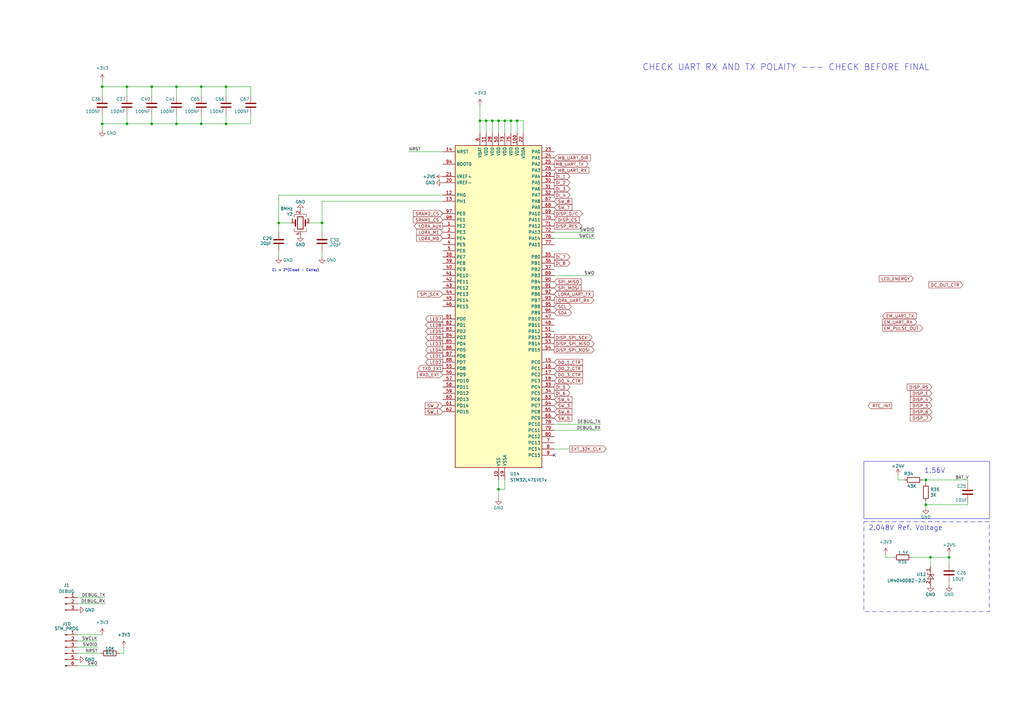
<source format=kicad_sch>
(kicad_sch (version 20231120) (generator "eeschema") (generator_version "8.0")
  (paper "A3")
  (lib_symbols
    (symbol "Connector:Conn_01x03_Pin" (pin_names (offset 1.016) hide)
      (property "Reference" "J" (at 0 5.08 0))
      (property "Value" "Conn_01x03_Pin" (at 0 -5.08 0))
      (symbol "Conn_01x03_Pin_1_1"
        (polyline (pts (xy 1.27 -2.54) (xy 0.8636 -2.54)) (stroke (width 0.1524)))
        (polyline (pts (xy 1.27 0) (xy 0.8636 0)) (stroke (width 0.1524)))
        (polyline (pts (xy 1.27 2.54) (xy 0.8636 2.54)) (stroke (width 0.1524)))
        (rectangle (start 0.8636 -2.413) (end 0 -2.667) (stroke (width 0.1524)) (fill (type outline)))
        (rectangle (start 0.8636 0.127) (end 0 -0.127) (stroke (width 0.1524)) (fill (type outline)))
        (rectangle (start 0.8636 2.667) (end 0 2.413) (stroke (width 0.1524)) (fill (type outline)))
        (pin passive line (at 5.08 2.54 180) (length 3.81) (name "Pin_1") (number "1"))
        (pin passive line (at 5.08 0 180) (length 3.81) (name "Pin_2") (number "2"))
        (pin passive line (at 5.08 -2.54 180) (length 3.81) (name "Pin_3") (number "3"))
      )
    )
    (symbol "Connector:Conn_01x06_Pin" (pin_names (offset 1.016) hide)
      (property "Reference" "J" (at 0 7.62 0))
      (property "Value" "Conn_01x06_Pin" (at 0 -10.16 0))
      (symbol "Conn_01x06_Pin_1_1"
        (polyline (pts (xy 1.27 -7.62) (xy 0.8636 -7.62)) (stroke (width 0.1524)))
        (polyline (pts (xy 1.27 -5.08) (xy 0.8636 -5.08)) (stroke (width 0.1524)))
        (polyline (pts (xy 1.27 -2.54) (xy 0.8636 -2.54)) (stroke (width 0.1524)))
        (polyline (pts (xy 1.27 0) (xy 0.8636 0)) (stroke (width 0.1524)))
        (polyline (pts (xy 1.27 2.54) (xy 0.8636 2.54)) (stroke (width 0.1524)))
        (polyline (pts (xy 1.27 5.08) (xy 0.8636 5.08)) (stroke (width 0.1524)))
        (rectangle (start 0.8636 -7.493) (end 0 -7.747) (stroke (width 0.1524)) (fill (type outline)))
        (rectangle (start 0.8636 -4.953) (end 0 -5.207) (stroke (width 0.1524)) (fill (type outline)))
        (rectangle (start 0.8636 -2.413) (end 0 -2.667) (stroke (width 0.1524)) (fill (type outline)))
        (rectangle (start 0.8636 0.127) (end 0 -0.127) (stroke (width 0.1524)) (fill (type outline)))
        (rectangle (start 0.8636 2.667) (end 0 2.413) (stroke (width 0.1524)) (fill (type outline)))
        (rectangle (start 0.8636 5.207) (end 0 4.953) (stroke (width 0.1524)) (fill (type outline)))
        (pin passive line (at 5.08 5.08 180) (length 3.81) (name "Pin_1") (number "1"))
        (pin passive line (at 5.08 2.54 180) (length 3.81) (name "Pin_2") (number "2"))
        (pin passive line (at 5.08 0 180) (length 3.81) (name "Pin_3") (number "3"))
        (pin passive line (at 5.08 -2.54 180) (length 3.81) (name "Pin_4") (number "4"))
        (pin passive line (at 5.08 -5.08 180) (length 3.81) (name "Pin_5") (number "5"))
        (pin passive line (at 5.08 -7.62 180) (length 3.81) (name "Pin_6") (number "6"))
      )
    )
    (symbol "Device:C" (pin_numbers hide) (pin_names (offset 0.254))
      (property "Reference" "C" (at 0.635 2.54 0))
      (property "Value" "C" (at 0.635 -2.54 0))
      (symbol "C_0_1"
        (polyline (pts (xy -2.032 -0.762) (xy 2.032 -0.762)) (stroke (width 0.508)))
        (polyline (pts (xy -2.032 0.762) (xy 2.032 0.762)) (stroke (width 0.508)))
      )
      (symbol "C_1_1"
        (pin passive line (at 0 3.81 270) (length 2.794) (name "~") (number "1"))
        (pin passive line (at 0 -3.81 90) (length 2.794) (name "~") (number "2"))
      )
    )
    (symbol "Device:Crystal_GND24" (pin_names (offset 1.016) hide)
      (property "Reference" "Y" (at 3.175 5.08 0))
      (property "Value" "Crystal_GND24" (at 3.175 3.175 0))
      (symbol "Crystal_GND24_0_1"
        (rectangle (start -1.143 2.54) (end 1.143 -2.54) (stroke (width 0.3048)))
        (polyline (pts (xy -2.54 0) (xy -2.032 0)))
        (polyline (pts (xy -2.032 -1.27) (xy -2.032 1.27)) (stroke (width 0.508)))
        (polyline (pts (xy 0 -3.81) (xy 0 -3.556)))
        (polyline (pts (xy 0 3.556) (xy 0 3.81)))
        (polyline (pts (xy 2.032 -1.27) (xy 2.032 1.27)) (stroke (width 0.508)))
        (polyline (pts (xy 2.032 0) (xy 2.54 0)))
        (polyline (pts (xy -2.54 -2.286) (xy -2.54 -3.556) (xy 2.54 -3.556) (xy 2.54 -2.286)))
        (polyline (pts (xy -2.54 2.286) (xy -2.54 3.556) (xy 2.54 3.556) (xy 2.54 2.286)))
      )
      (symbol "Crystal_GND24_1_1"
        (pin passive line (at -3.81 0 0) (length 1.27) (name "1") (number "1"))
        (pin passive line (at 0 5.08 270) (length 1.27) (name "2") (number "2"))
        (pin passive line (at 3.81 0 180) (length 1.27) (name "3") (number "3"))
        (pin passive line (at 0 -5.08 90) (length 1.27) (name "4") (number "4"))
      )
    )
    (symbol "Device:R" (pin_numbers hide) (pin_names (offset 0))
      (property "Reference" "R" (at 2.032 0 90))
      (property "Value" "R" (at 0 0 90))
      (symbol "R_0_1"
        (rectangle (start -1.016 -2.54) (end 1.016 2.54) (stroke (width 0.254)))
      )
      (symbol "R_1_1"
        (pin passive line (at 0 3.81 270) (length 1.27) (name "~") (number "1"))
        (pin passive line (at 0 -3.81 90) (length 1.27) (name "~") (number "2"))
      )
    )
    (symbol "MCU_ST_STM32L4:STM32L471VETx"
      (property "Reference" "U" (at -17.78 67.31 0))
      (property "Value" "STM32L471VETx" (at 12.7 67.31 0))
      (symbol "STM32L471VETx_0_1"
        (rectangle (start -17.78 -66.04) (end 17.78 66.04) (stroke (width 0.254)) (fill (type background)))
      )
      (symbol "STM32L471VETx_1_1"
        (pin bidirectional line (at -22.86 33.02 0) (length 5.08) (name "PE2") (number "1"))
        (pin power_in line (at 0 -71.12 90) (length 5.08) (name "VSS") (number "10"))
        (pin power_in line (at 7.62 71.12 270) (length 5.08) (name "VDD") (number "100"))
        (pin power_in line (at -5.08 71.12 270) (length 5.08) (name "VDD") (number "11"))
        (pin bidirectional line (at -22.86 45.72 0) (length 5.08) (name "PH0") (number "12"))
        (pin bidirectional line (at -22.86 43.18 0) (length 5.08) (name "PH1") (number "13"))
        (pin input line (at -22.86 63.5 0) (length 5.08) (name "NRST") (number "14"))
        (pin bidirectional line (at 22.86 -22.86 180) (length 5.08) (name "PC0") (number "15"))
        (pin bidirectional line (at 22.86 -25.4 180) (length 5.08) (name "PC1") (number "16"))
        (pin bidirectional line (at 22.86 -27.94 180) (length 5.08) (name "PC2") (number "17"))
        (pin bidirectional line (at 22.86 -30.48 180) (length 5.08) (name "PC3") (number "18"))
        (pin power_in line (at 2.54 -71.12 90) (length 5.08) (name "VSSA") (number "19"))
        (pin bidirectional line (at -22.86 30.48 0) (length 5.08) (name "PE3") (number "2"))
        (pin input line (at -22.86 50.8 0) (length 5.08) (name "VREF-") (number "20"))
        (pin input line (at -22.86 53.34 0) (length 5.08) (name "VREF+") (number "21"))
        (pin power_in line (at 10.16 71.12 270) (length 5.08) (name "VDDA") (number "22"))
        (pin bidirectional line (at 22.86 63.5 180) (length 5.08) (name "PA0") (number "23"))
        (pin bidirectional line (at 22.86 60.96 180) (length 5.08) (name "PA1") (number "24"))
        (pin bidirectional line (at 22.86 58.42 180) (length 5.08) (name "PA2") (number "25"))
        (pin bidirectional line (at 22.86 55.88 180) (length 5.08) (name "PA3") (number "26"))
        (pin passive line (at 0 -71.12 90) (length 5.08) hide (name "VSS") (number "27"))
        (pin power_in line (at -2.54 71.12 270) (length 5.08) (name "VDD") (number "28"))
        (pin bidirectional line (at 22.86 53.34 180) (length 5.08) (name "PA4") (number "29"))
        (pin bidirectional line (at -22.86 27.94 0) (length 5.08) (name "PE4") (number "3"))
        (pin bidirectional line (at 22.86 50.8 180) (length 5.08) (name "PA5") (number "30"))
        (pin bidirectional line (at 22.86 48.26 180) (length 5.08) (name "PA6") (number "31"))
        (pin bidirectional line (at 22.86 45.72 180) (length 5.08) (name "PA7") (number "32"))
        (pin bidirectional line (at 22.86 -33.02 180) (length 5.08) (name "PC4") (number "33"))
        (pin bidirectional line (at 22.86 -35.56 180) (length 5.08) (name "PC5") (number "34"))
        (pin bidirectional line (at 22.86 20.32 180) (length 5.08) (name "PB0") (number "35"))
        (pin bidirectional line (at 22.86 17.78 180) (length 5.08) (name "PB1") (number "36"))
        (pin bidirectional line (at 22.86 15.24 180) (length 5.08) (name "PB2") (number "37"))
        (pin bidirectional line (at -22.86 20.32 0) (length 5.08) (name "PE7") (number "38"))
        (pin bidirectional line (at -22.86 17.78 0) (length 5.08) (name "PE8") (number "39"))
        (pin bidirectional line (at -22.86 25.4 0) (length 5.08) (name "PE5") (number "4"))
        (pin bidirectional line (at -22.86 15.24 0) (length 5.08) (name "PE9") (number "40"))
        (pin bidirectional line (at -22.86 12.7 0) (length 5.08) (name "PE10") (number "41"))
        (pin bidirectional line (at -22.86 10.16 0) (length 5.08) (name "PE11") (number "42"))
        (pin bidirectional line (at -22.86 7.62 0) (length 5.08) (name "PE12") (number "43"))
        (pin bidirectional line (at -22.86 5.08 0) (length 5.08) (name "PE13") (number "44"))
        (pin bidirectional line (at -22.86 2.54 0) (length 5.08) (name "PE14") (number "45"))
        (pin bidirectional line (at -22.86 0 0) (length 5.08) (name "PE15") (number "46"))
        (pin bidirectional line (at 22.86 -5.08 180) (length 5.08) (name "PB10") (number "47"))
        (pin bidirectional line (at 22.86 -7.62 180) (length 5.08) (name "PB11") (number "48"))
        (pin passive line (at 0 -71.12 90) (length 5.08) hide (name "VSS") (number "49"))
        (pin bidirectional line (at -22.86 22.86 0) (length 5.08) (name "PE6") (number "5"))
        (pin power_in line (at 0 71.12 270) (length 5.08) (name "VDD") (number "50"))
        (pin bidirectional line (at 22.86 -10.16 180) (length 5.08) (name "PB12") (number "51"))
        (pin bidirectional line (at 22.86 -12.7 180) (length 5.08) (name "PB13") (number "52"))
        (pin bidirectional line (at 22.86 -15.24 180) (length 5.08) (name "PB14") (number "53"))
        (pin bidirectional line (at 22.86 -17.78 180) (length 5.08) (name "PB15") (number "54"))
        (pin bidirectional line (at -22.86 -25.4 0) (length 5.08) (name "PD8") (number "55"))
        (pin bidirectional line (at -22.86 -27.94 0) (length 5.08) (name "PD9") (number "56"))
        (pin bidirectional line (at -22.86 -30.48 0) (length 5.08) (name "PD10") (number "57"))
        (pin bidirectional line (at -22.86 -33.02 0) (length 5.08) (name "PD11") (number "58"))
        (pin bidirectional line (at -22.86 -35.56 0) (length 5.08) (name "PD12") (number "59"))
        (pin power_in line (at -7.62 71.12 270) (length 5.08) (name "VBAT") (number "6"))
        (pin bidirectional line (at -22.86 -38.1 0) (length 5.08) (name "PD13") (number "60"))
        (pin bidirectional line (at -22.86 -40.64 0) (length 5.08) (name "PD14") (number "61"))
        (pin bidirectional line (at -22.86 -43.18 0) (length 5.08) (name "PD15") (number "62"))
        (pin bidirectional line (at 22.86 -38.1 180) (length 5.08) (name "PC6") (number "63"))
        (pin bidirectional line (at 22.86 -40.64 180) (length 5.08) (name "PC7") (number "64"))
        (pin bidirectional line (at 22.86 -43.18 180) (length 5.08) (name "PC8") (number "65"))
        (pin bidirectional line (at 22.86 -45.72 180) (length 5.08) (name "PC9") (number "66"))
        (pin bidirectional line (at 22.86 43.18 180) (length 5.08) (name "PA8") (number "67"))
        (pin bidirectional line (at 22.86 40.64 180) (length 5.08) (name "PA9") (number "68"))
        (pin bidirectional line (at 22.86 38.1 180) (length 5.08) (name "PA10") (number "69"))
        (pin bidirectional line (at 22.86 -55.88 180) (length 5.08) (name "PC13") (number "7"))
        (pin bidirectional line (at 22.86 35.56 180) (length 5.08) (name "PA11") (number "70"))
        (pin bidirectional line (at 22.86 33.02 180) (length 5.08) (name "PA12") (number "71"))
        (pin bidirectional line (at 22.86 30.48 180) (length 5.08) (name "PA13") (number "72"))
        (pin power_in line (at 2.54 71.12 270) (length 5.08) (name "VDD") (number "73"))
        (pin passive line (at 0 -71.12 90) (length 5.08) hide (name "VSS") (number "74"))
        (pin power_in line (at 5.08 71.12 270) (length 5.08) (name "VDD") (number "75"))
        (pin bidirectional line (at 22.86 27.94 180) (length 5.08) (name "PA14") (number "76"))
        (pin bidirectional line (at 22.86 25.4 180) (length 5.08) (name "PA15") (number "77"))
        (pin bidirectional line (at 22.86 -48.26 180) (length 5.08) (name "PC10") (number "78"))
        (pin bidirectional line (at 22.86 -50.8 180) (length 5.08) (name "PC11") (number "79"))
        (pin bidirectional line (at 22.86 -58.42 180) (length 5.08) (name "PC14") (number "8"))
        (pin bidirectional line (at 22.86 -53.34 180) (length 5.08) (name "PC12") (number "80"))
        (pin bidirectional line (at -22.86 -5.08 0) (length 5.08) (name "PD0") (number "81"))
        (pin bidirectional line (at -22.86 -7.62 0) (length 5.08) (name "PD1") (number "82"))
        (pin bidirectional line (at -22.86 -10.16 0) (length 5.08) (name "PD2") (number "83"))
        (pin bidirectional line (at -22.86 -12.7 0) (length 5.08) (name "PD3") (number "84"))
        (pin bidirectional line (at -22.86 -15.24 0) (length 5.08) (name "PD4") (number "85"))
        (pin bidirectional line (at -22.86 -17.78 0) (length 5.08) (name "PD5") (number "86"))
        (pin bidirectional line (at -22.86 -20.32 0) (length 5.08) (name "PD6") (number "87"))
        (pin bidirectional line (at -22.86 -22.86 0) (length 5.08) (name "PD7") (number "88"))
        (pin bidirectional line (at 22.86 12.7 180) (length 5.08) (name "PB3") (number "89"))
        (pin bidirectional line (at 22.86 -60.96 180) (length 5.08) (name "PC15") (number "9"))
        (pin bidirectional line (at 22.86 10.16 180) (length 5.08) (name "PB4") (number "90"))
        (pin bidirectional line (at 22.86 7.62 180) (length 5.08) (name "PB5") (number "91"))
        (pin bidirectional line (at 22.86 5.08 180) (length 5.08) (name "PB6") (number "92"))
        (pin bidirectional line (at 22.86 2.54 180) (length 5.08) (name "PB7") (number "93"))
        (pin input line (at -22.86 58.42 0) (length 5.08) (name "BOOT0") (number "94"))
        (pin bidirectional line (at 22.86 0 180) (length 5.08) (name "PB8") (number "95"))
        (pin bidirectional line (at 22.86 -2.54 180) (length 5.08) (name "PB9") (number "96"))
        (pin bidirectional line (at -22.86 38.1 0) (length 5.08) (name "PE0") (number "97"))
        (pin bidirectional line (at -22.86 35.56 0) (length 5.08) (name "PE1") (number "98"))
        (pin passive line (at 0 -71.12 90) (length 5.08) hide (name "VSS") (number "99"))
      )
    )
    (symbol "Reference_Voltage:LM4040DBZ-2.0" (pin_names (offset 0.0254) hide)
      (property "Reference" "U" (at 0 2.54 0))
      (property "Value" "LM4040DBZ-2.0" (at 0 -3.175 0))
      (symbol "LM4040DBZ-2.0_0_1"
        (polyline (pts (xy -1.27 0) (xy 0 0) (xy 1.27 0)))
        (polyline (pts (xy -1.27 -1.27) (xy 0.635 0) (xy -1.27 1.27) (xy -1.27 -1.27)) (stroke (width 0.2032)))
        (polyline (pts (xy 0 -1.27) (xy 0.635 -1.27) (xy 0.635 1.27) (xy 1.27 1.27)) (stroke (width 0.2032)))
      )
      (symbol "LM4040DBZ-2.0_1_1"
        (pin passive line (at 3.81 0 180) (length 2.54) (name "K") (number "1"))
        (pin passive line (at -3.81 0 0) (length 2.54) (name "A") (number "2"))
      )
    )
    (symbol "power:+24V" (power) (pin_names (offset 0))
      (property "Value" "+24V" (at 0 3.556 0))
      (symbol "+24V_0_1"
        (polyline (pts (xy -0.762 1.27) (xy 0 2.54)))
        (polyline (pts (xy 0 0) (xy 0 2.54)))
        (polyline (pts (xy 0 2.54) (xy 0.762 1.27)))
      )
      (symbol "+24V_1_1"
        (pin power_in line (at 0 0 90) (length 0) hide (name "+24V") (number "1"))
      )
    )
    (symbol "power:+2V5" (power) (pin_names (offset 0))
      (property "Value" "+2V5" (at 0 3.556 0))
      (symbol "+2V5_0_1"
        (polyline (pts (xy -0.762 1.27) (xy 0 2.54)))
        (polyline (pts (xy 0 0) (xy 0 2.54)))
        (polyline (pts (xy 0 2.54) (xy 0.762 1.27)))
      )
      (symbol "+2V5_1_1"
        (pin power_in line (at 0 0 90) (length 0) hide (name "+2V5") (number "1"))
      )
    )
    (symbol "power:+3V3" (power) (pin_numbers hide) (pin_names (offset 0) hide)
      (property "Value" "+3V3" (at 0 3.556 0))
      (symbol "+3V3_0_1"
        (polyline (pts (xy -0.762 1.27) (xy 0 2.54)))
        (polyline (pts (xy 0 0) (xy 0 2.54)))
        (polyline (pts (xy 0 2.54) (xy 0.762 1.27)))
      )
      (symbol "+3V3_1_1"
        (pin power_in line (at 0 0 90) (length 0) (name "~") (number "1"))
      )
    )
    (symbol "power:GND" (power) (pin_names (offset 0))
      (property "Value" "GND" (at 0 -3.81 0))
      (symbol "GND_0_1"
        (polyline (pts (xy 0 0) (xy 0 -1.27) (xy 1.27 -1.27) (xy 0 -2.54) (xy -1.27 -1.27) (xy 0 -1.27)))
      )
      (symbol "GND_1_1"
        (pin power_in line (at 0 0 270) (length 0) hide (name "GND") (number "1"))
      )
    )
  )
  (junction (at 92.71 50.8))
  (junction (at 114.3 91.44))
  (junction (at 201.93 49.53))
  (junction (at 92.71 35.56))
  (junction (at 52.07 35.56))
  (junction (at 207.01 49.53))
  (junction (at 204.47 49.53))
  (junction (at 72.39 50.8))
  (junction (at 132.08 91.44))
  (junction (at 389.255 228.6))
  (junction (at 82.55 35.56))
  (junction (at 52.07 50.8))
  (junction (at 72.39 35.56))
  (junction (at 212.09 49.53))
  (junction (at 41.91 50.8))
  (junction (at 62.23 50.8))
  (junction (at 379.73 196.85))
  (junction (at 204.47 200.66))
  (junction (at 199.39 49.53))
  (junction (at 41.91 35.56))
  (junction (at 62.23 35.56))
  (junction (at 379.73 207.01))
  (junction (at 381.635 228.6))
  (junction (at 209.55 49.53))
  (junction (at 196.85 49.53))
  (junction (at 82.55 50.8))
  (no_connect (at 227.33 186.69))
  (wire (pts (xy 102.87 50.8) (xy 92.71 50.8)))
  (wire (pts (xy 212.09 54.61) (xy 212.09 49.53)))
  (wire (pts (xy 227.33 113.03) (xy 243.84 113.03)))
  (wire (pts (xy 212.09 49.53) (xy 209.55 49.53)))
  (wire (pts (xy 72.39 50.8) (xy 62.23 50.8)))
  (wire (pts (xy 62.23 46.99) (xy 62.23 50.8)))
  (wire (pts (xy 227.33 184.15) (xy 233.68 184.15)))
  (wire (pts (xy 102.87 46.99) (xy 102.87 50.8)))
  (wire (pts (xy 378.46 196.85) (xy 379.73 196.85)))
  (wire (pts (xy 379.73 207.01) (xy 396.875 207.01)))
  (wire (pts (xy 50.8 267.97) (xy 48.895 267.97)))
  (wire (pts (xy 114.3 91.44) (xy 119.38 91.44)))
  (wire (pts (xy 389.255 228.6) (xy 389.255 231.14)))
  (wire (pts (xy 227.33 173.99) (xy 246.38 173.99)))
  (wire (pts (xy 52.07 35.56) (xy 41.91 35.56)))
  (wire (pts (xy 132.08 95.25) (xy 132.08 91.44)))
  (wire (pts (xy 381.635 228.6) (xy 389.255 228.6)))
  (wire (pts (xy 92.71 46.99) (xy 92.71 50.8)))
  (wire (pts (xy 167.64 62.23) (xy 181.61 62.23)))
  (wire (pts (xy 227.33 95.25) (xy 243.84 95.25)))
  (wire (pts (xy 389.255 238.76) (xy 389.255 240.03)))
  (wire (pts (xy 72.39 35.56) (xy 62.23 35.56)))
  (wire (pts (xy 41.91 33.02) (xy 41.91 35.56)))
  (wire (pts (xy 82.55 35.56) (xy 72.39 35.56)))
  (wire (pts (xy 379.73 207.01) (xy 379.73 208.28)))
  (wire (pts (xy 82.55 46.99) (xy 82.55 50.8)))
  (wire (pts (xy 52.07 39.37) (xy 52.07 35.56)))
  (wire (pts (xy 31.75 260.35) (xy 41.91 260.35)))
  (wire (pts (xy 381.635 228.6) (xy 381.635 232.41)))
  (wire (pts (xy 114.3 95.25) (xy 114.3 91.44)))
  (wire (pts (xy 214.63 49.53) (xy 212.09 49.53)))
  (wire (pts (xy 92.71 39.37) (xy 92.71 35.56)))
  (wire (pts (xy 52.07 50.8) (xy 41.91 50.8)))
  (wire (pts (xy 379.73 196.85) (xy 396.875 196.85)))
  (wire (pts (xy 92.71 50.8) (xy 82.55 50.8)))
  (wire (pts (xy 102.87 39.37) (xy 102.87 35.56)))
  (wire (pts (xy 389.255 227.33) (xy 389.255 228.6)))
  (wire (pts (xy 31.75 273.05) (xy 40.005 273.05)))
  (wire (pts (xy 52.07 50.8) (xy 62.23 50.8)))
  (wire (pts (xy 31.75 262.89) (xy 40.005 262.89)))
  (wire (pts (xy 114.3 102.87) (xy 114.3 105.41)))
  (wire (pts (xy 82.55 50.8) (xy 72.39 50.8)))
  (wire (pts (xy 207.01 200.66) (xy 204.47 200.66)))
  (wire (pts (xy 363.22 228.6) (xy 366.395 228.6)))
  (wire (pts (xy 368.3 196.85) (xy 368.3 194.945)))
  (wire (pts (xy 31.75 265.43) (xy 40.005 265.43)))
  (wire (pts (xy 132.08 82.55) (xy 132.08 91.44)))
  (wire (pts (xy 209.55 49.53) (xy 207.01 49.53)))
  (wire (pts (xy 41.91 35.56) (xy 41.91 39.37)))
  (wire (pts (xy 201.93 49.53) (xy 199.39 49.53)))
  (wire (pts (xy 204.47 196.85) (xy 204.47 200.66)))
  (wire (pts (xy 379.73 205.74) (xy 379.73 207.01)))
  (wire (pts (xy 379.73 198.12) (xy 379.73 196.85)))
  (wire (pts (xy 92.71 35.56) (xy 82.55 35.56)))
  (wire (pts (xy 204.47 200.66) (xy 204.47 204.47)))
  (wire (pts (xy 31.75 245.11) (xy 43.18 245.11)))
  (wire (pts (xy 199.39 49.53) (xy 196.85 49.53)))
  (wire (pts (xy 31.75 247.65) (xy 43.18 247.65)))
  (wire (pts (xy 102.87 35.56) (xy 92.71 35.56)))
  (wire (pts (xy 207.01 54.61) (xy 207.01 49.53)))
  (wire (pts (xy 209.55 54.61) (xy 209.55 49.53)))
  (wire (pts (xy 181.61 82.55) (xy 132.08 82.55)))
  (wire (pts (xy 227.33 176.53) (xy 246.38 176.53)))
  (wire (pts (xy 196.85 49.53) (xy 196.85 54.61)))
  (wire (pts (xy 52.07 35.56) (xy 62.23 35.56)))
  (wire (pts (xy 82.55 39.37) (xy 82.55 35.56)))
  (wire (pts (xy 368.3 196.85) (xy 370.84 196.85)))
  (wire (pts (xy 207.01 196.85) (xy 207.01 200.66)))
  (wire (pts (xy 114.3 80.01) (xy 114.3 91.44)))
  (wire (pts (xy 204.47 54.61) (xy 204.47 49.53)))
  (wire (pts (xy 196.85 43.18) (xy 196.85 49.53)))
  (wire (pts (xy 363.22 227.33) (xy 363.22 228.6)))
  (wire (pts (xy 199.39 54.61) (xy 199.39 49.53)))
  (wire (pts (xy 374.015 228.6) (xy 381.635 228.6)))
  (wire (pts (xy 227.33 97.79) (xy 243.84 97.79)))
  (wire (pts (xy 204.47 49.53) (xy 201.93 49.53)))
  (wire (pts (xy 41.91 50.8) (xy 41.91 53.34)))
  (wire (pts (xy 50.8 265.43) (xy 50.8 267.97)))
  (wire (pts (xy 207.01 49.53) (xy 204.47 49.53)))
  (wire (pts (xy 214.63 54.61) (xy 214.63 49.53)))
  (wire (pts (xy 132.08 102.87) (xy 132.08 105.41)))
  (wire (pts (xy 396.875 205.74) (xy 396.875 207.01)))
  (wire (pts (xy 31.75 267.97) (xy 41.275 267.97)))
  (wire (pts (xy 72.39 46.99) (xy 72.39 50.8)))
  (wire (pts (xy 181.61 80.01) (xy 114.3 80.01)))
  (wire (pts (xy 72.39 39.37) (xy 72.39 35.56)))
  (wire (pts (xy 62.23 39.37) (xy 62.23 35.56)))
  (wire (pts (xy 396.875 198.12) (xy 396.875 196.85)))
  (wire (pts (xy 127 91.44) (xy 132.08 91.44)))
  (wire (pts (xy 201.93 54.61) (xy 201.93 49.53)))
  (wire (pts (xy 41.91 46.99) (xy 41.91 50.8)))
  (wire (pts (xy 52.07 46.99) (xy 52.07 50.8)))
  (rectangle (start 354.33 189.23) (end 405.892 212.725))
  (rectangle (start 354.33 213.995) (end 405.765 250.825) (stroke (width 0) (type dash_dot)))
  (text "CHECK UART RX AND TX POLAITY --- CHECK BEFORE FINAL" (at 322.326 27.686 0) (effects (font (size 2.54 2.54))))
  (text "CL = 2*(Cload - Cstray)" (at 111.506 111.506 0) (effects (font (size 1 1)) (justify left bottom)))
  (text "2.048V Ref. Voltage\n" (at 356.235 217.805 0) (effects (font (size 2 2)) (justify left bottom)))
  (text "1.56V" (at 379.095 194.31 0) (effects (font (size 2.0066 2.0066)) (justify left bottom)))
  (label "BAT_V" (at 391.795 196.85 0))
  (label "SWCLK" (at 40.005 262.89 180))
  (label "NRST" (at 40.005 267.97 180))
  (label "SWO" (at 40.005 273.05 180))
  (label "NRST" (at 167.64 62.23 0))
  (label "DEBUG_RX" (at 246.38 176.53 180))
  (label "SWDIO" (at 243.84 95.25 180))
  (label "SWCLK" (at 243.84 97.79 180))
  (label "DEBUG_TX" (at 43.18 245.11 180))
  (label "DEBUG_RX" (at 43.18 247.65 180))
  (label "SWDIO" (at 40.005 265.43 180))
  (label "SWO" (at 243.84 113.03 180))
  (label "DEBUG_TX" (at 246.38 173.99 180))
  (global_label "SCL" (shape bidirectional) (at 227.33 125.73 0) (property "Intersheetrefs" "${INTERSHEET_REFS}" (effects (hide yes))))
  (global_label "SW_6" (shape input) (at 227.33 168.91 0) (property "Intersheetrefs" "${INTERSHEET_REFS}" (effects (hide yes))))
  (global_label "EM_PULSE_OUT" (shape output) (at 361.95 134.62 0) (property "Intersheetrefs" "${INTERSHEET_REFS}" (effects (hide yes))))
  (global_label "MB_UART_TX" (shape output) (at 227.33 67.31 0) (property "Intersheetrefs" "${INTERSHEET_REFS}" (effects (hide yes))))
  (global_label "LORA_M1" (shape input) (at 181.61 95.25 180) (property "Intersheetrefs" "${INTERSHEET_REFS}" (effects (hide yes))))
  (global_label "RXD_EXT" (shape input) (at 181.61 153.67 180) (property "Intersheetrefs" "${INTERSHEET_REFS}" (effects (hide yes))))
  (global_label "SW_5" (shape input) (at 227.33 171.45 0) (property "Intersheetrefs" "${INTERSHEET_REFS}" (effects (hide yes))))
  (global_label "LED1" (shape output) (at 181.61 146.05 180) (property "Intersheetrefs" "${INTERSHEET_REFS}" (effects (hide yes))))
  (global_label "DISP_SPI_SCK" (shape output) (at 227.33 138.43 0) (property "Intersheetrefs" "${INTERSHEET_REFS}" (effects (hide yes))))
  (global_label "SPI_MISO" (shape input) (at 227.33 115.57 0) (property "Intersheetrefs" "${INTERSHEET_REFS}" (effects (hide yes))))
  (global_label "LED6" (shape output) (at 181.61 138.43 180) (property "Intersheetrefs" "${INTERSHEET_REFS}" (effects (hide yes))))
  (global_label "DC_OUT_CTR" (shape input) (at 394.97 116.84 180) (property "Intersheetrefs" "${INTERSHEET_REFS}" (effects (hide yes))))
  (global_label "DISP_CS" (shape input) (at 227.33 90.17 0) (property "Intersheetrefs" "${INTERSHEET_REFS}" (effects (hide yes))))
  (global_label "SW_8" (shape input) (at 227.33 82.55 0) (property "Intersheetrefs" "${INTERSHEET_REFS}" (effects (hide yes))))
  (global_label "DI_4" (shape output) (at 227.33 80.01 0) (property "Intersheetrefs" "${INTERSHEET_REFS}" (effects (hide yes))))
  (global_label "LORA_M0" (shape input) (at 181.61 97.79 180) (property "Intersheetrefs" "${INTERSHEET_REFS}" (effects (hide yes))))
  (global_label "LED3" (shape output) (at 181.61 140.97 180) (property "Intersheetrefs" "${INTERSHEET_REFS}" (effects (hide yes))))
  (global_label "EM_UART_TX" (shape input) (at 361.95 129.54 0) (property "Intersheetrefs" "${INTERSHEET_REFS}" (effects (hide yes))))
  (global_label "DI_3" (shape output) (at 227.33 77.47 0) (property "Intersheetrefs" "${INTERSHEET_REFS}" (effects (hide yes))))
  (global_label "DO_4_CTR" (shape input) (at 227.33 156.21 0) (property "Intersheetrefs" "${INTERSHEET_REFS}" (effects (hide yes))))
  (global_label "EM_UART_RX" (shape output) (at 361.95 132.08 0) (property "Intersheetrefs" "${INTERSHEET_REFS}" (effects (hide yes))))
  (global_label "DI_8" (shape output) (at 227.33 107.95 0) (property "Intersheetrefs" "${INTERSHEET_REFS}" (effects (hide yes))))
  (global_label "MB_UART_DIR" (shape input) (at 227.33 64.77 0) (property "Intersheetrefs" "${INTERSHEET_REFS}" (effects (hide yes))))
  (global_label "LED4" (shape output) (at 181.61 143.51 180) (property "Intersheetrefs" "${INTERSHEET_REFS}" (effects (hide yes))))
  (global_label "SW_3" (shape input) (at 227.33 166.37 0) (property "Intersheetrefs" "${INTERSHEET_REFS}" (effects (hide yes))))
  (global_label "LED5" (shape output) (at 181.61 135.89 180) (property "Intersheetrefs" "${INTERSHEET_REFS}" (effects (hide yes))))
  (global_label "DI_1" (shape output) (at 227.33 72.39 0) (property "Intersheetrefs" "${INTERSHEET_REFS}" (effects (hide yes))))
  (global_label "SPI_SCK" (shape input) (at 181.61 120.65 180) (property "Intersheetrefs" "${INTERSHEET_REFS}" (effects (hide yes))))
  (global_label "SW_7" (shape input) (at 227.33 85.09 0) (property "Intersheetrefs" "${INTERSHEET_REFS}" (effects (hide yes))))
  (global_label "TXD_EXT" (shape output) (at 181.61 151.13 180) (property "Intersheetrefs" "${INTERSHEET_REFS}" (effects (hide yes))))
  (global_label "RTC_INT" (shape output) (at 365.76 166.37 180) (property "Intersheetrefs" "${INTERSHEET_REFS}" (effects (hide yes))))
  (global_label "EXT_32K_CLK" (shape output) (at 233.68 184.15 0) (property "Intersheetrefs" "${INTERSHEET_REFS}" (effects (hide yes))))
  (global_label "DISP_SPI_MISO" (shape output) (at 227.33 140.97 0) (property "Intersheetrefs" "${INTERSHEET_REFS}" (effects (hide yes))))
  (global_label "DISP_E" (shape input) (at 382.27 161.29 180) (property "Intersheetrefs" "${INTERSHEET_REFS}" (effects (hide yes))))
  (global_label "SW_1" (shape input) (at 181.61 168.91 180) (property "Intersheetrefs" "${INTERSHEET_REFS}" (effects (hide yes))))
  (global_label "DISP_SPI_MOSI" (shape output) (at 227.33 143.51 0) (property "Intersheetrefs" "${INTERSHEET_REFS}" (effects (hide yes))))
  (global_label "DI_2" (shape output) (at 227.33 74.93 0) (property "Intersheetrefs" "${INTERSHEET_REFS}" (effects (hide yes))))
  (global_label "LORA_AUX" (shape output) (at 181.61 92.71 180) (property "Intersheetrefs" "${INTERSHEET_REFS}" (effects (hide yes))))
  (global_label "DI_6" (shape output) (at 227.33 161.29 0) (property "Intersheetrefs" "${INTERSHEET_REFS}" (effects (hide yes))))
  (global_label "DISP_D{slash}C" (shape output) (at 227.33 87.63 0) (property "Intersheetrefs" "${INTERSHEET_REFS}" (effects (hide yes))))
  (global_label "SDA" (shape bidirectional) (at 227.33 128.27 0) (property "Intersheetrefs" "${INTERSHEET_REFS}" (effects (hide yes))))
  (global_label "SW_4" (shape input) (at 227.33 163.83 0) (property "Intersheetrefs" "${INTERSHEET_REFS}" (effects (hide yes))))
  (global_label "DISP_4" (shape input) (at 382.27 163.83 180) (property "Intersheetrefs" "${INTERSHEET_REFS}" (effects (hide yes))))
  (global_label "LORA_UART_TX" (shape input) (at 227.33 120.65 0) (property "Intersheetrefs" "${INTERSHEET_REFS}" (effects (hide yes))))
  (global_label "DISP_6" (shape input) (at 382.27 168.91 180) (property "Intersheetrefs" "${INTERSHEET_REFS}" (effects (hide yes))))
  (global_label "SRAM2_CS" (shape input) (at 181.61 87.63 180) (property "Intersheetrefs" "${INTERSHEET_REFS}" (effects (hide yes))))
  (global_label "DISP_RS" (shape input) (at 382.27 158.75 180) (property "Intersheetrefs" "${INTERSHEET_REFS}" (effects (hide yes))))
  (global_label "MB_UART_RX" (shape input) (at 227.33 69.85 0) (property "Intersheetrefs" "${INTERSHEET_REFS}" (effects (hide yes))))
  (global_label "DI_7" (shape output) (at 227.33 105.41 0) (property "Intersheetrefs" "${INTERSHEET_REFS}" (effects (hide yes))))
  (global_label "LED2" (shape output) (at 181.61 148.59 180) (property "Intersheetrefs" "${INTERSHEET_REFS}" (effects (hide yes))))
  (global_label "DO_3_CTR" (shape input) (at 227.33 153.67 0) (property "Intersheetrefs" "${INTERSHEET_REFS}" (effects (hide yes))))
  (global_label "DISP_RES" (shape output) (at 227.33 92.71 0) (property "Intersheetrefs" "${INTERSHEET_REFS}" (effects (hide yes))))
  (global_label "DISP_7" (shape input) (at 382.27 171.45 180) (property "Intersheetrefs" "${INTERSHEET_REFS}" (effects (hide yes))))
  (global_label "DO_1_CTR" (shape input) (at 227.33 148.59 0) (property "Intersheetrefs" "${INTERSHEET_REFS}" (effects (hide yes))))
  (global_label "SRAM1_CS" (shape input) (at 181.61 90.17 180) (property "Intersheetrefs" "${INTERSHEET_REFS}" (effects (hide yes))))
  (global_label "LED8" (shape output) (at 181.61 133.35 180) (property "Intersheetrefs" "${INTERSHEET_REFS}" (effects (hide yes))))
  (global_label "DI_5" (shape output) (at 227.33 158.75 0) (property "Intersheetrefs" "${INTERSHEET_REFS}" (effects (hide yes))))
  (global_label "LED7" (shape output) (at 181.61 130.81 180) (property "Intersheetrefs" "${INTERSHEET_REFS}" (effects (hide yes))))
  (global_label "LORA_UART_RX" (shape output) (at 227.33 123.19 0) (property "Intersheetrefs" "${INTERSHEET_REFS}" (effects (hide yes))))
  (global_label "DO_2_CTR" (shape input) (at 227.33 151.13 0) (property "Intersheetrefs" "${INTERSHEET_REFS}" (effects (hide yes))))
  (global_label "SW_2" (shape input) (at 181.61 166.37 180) (property "Intersheetrefs" "${INTERSHEET_REFS}" (effects (hide yes))))
  (global_label "DISP_5" (shape input) (at 382.27 166.37 180) (property "Intersheetrefs" "${INTERSHEET_REFS}" (effects (hide yes))))
  (global_label "LED_ENERGY" (shape input) (at 374.65 114.3 180) (property "Intersheetrefs" "${INTERSHEET_REFS}" (effects (hide yes))))
  (global_label "SPI_MOSI" (shape input) (at 227.33 118.11 0) (property "Intersheetrefs" "${INTERSHEET_REFS}" (effects (hide yes))))
  (symbol (lib_id "Device:C") (at 52.07 43.18 0) (unit 1)
    (property "Reference" "C37" (at 47.625 40.64 0) (effects (justify left)))
    (property "Value" "100NF" (at 45.212 45.72 0) (effects (justify left)))
    (property "Footprint" "Capacitor_SMD:C_0805_2012Metric" (effects (hide yes)))
  )
  (symbol (lib_id "power:GND") (at 123.19 96.52 0) (unit 1)
    (property "Reference" "#PWR055" (effects (hide yes)))
    (property "Value" "GND" (at 123.19 100.33 0))
  )
  (symbol (lib_id "power:+3V3") (at 50.8 265.43 0) (unit 1)
    (property "Reference" "#PWR0109" (effects (hide yes)))
    (property "Value" "+3V3" (at 50.8 260.35 0))
    (property "Description" "Power symbol creates a global label with name \"+3V3\"" (effects (hide yes)))
  )
  (symbol (lib_id "Device:C") (at 62.23 43.18 0) (unit 1)
    (property "Reference" "C40" (at 57.785 40.64 0) (effects (justify left)))
    (property "Value" "100NF" (at 55.372 45.72 0) (effects (justify left)))
    (property "Footprint" "Capacitor_SMD:C_0805_2012Metric" (effects (hide yes)))
  )
  (symbol (lib_id "Connector:Conn_01x03_Pin") (at 26.67 247.65 0) (unit 1)
    (property "Reference" "J1" (at 27.305 240.03 0))
    (property "Value" "DEBUG" (at 27.305 242.57 0))
    (property "Footprint" "Connector_PinSocket_2.54mm:PinSocket_1x03_P2.54mm_Vertical" (effects (hide yes)))
    (property "Description" "Generic connector, single row, 01x03, script generated" (effects (hide yes)))
  )
  (symbol (lib_id "power:+2V5") (at 181.61 72.39 90) (unit 1)
    (property "Reference" "#PWR086" (effects (hide yes)))
    (property "Value" "+2V5" (at 176.022 72.39 90))
  )
  (symbol (lib_id "Device:C") (at 396.875 201.93 0) (unit 1)
    (property "Reference" "C25" (at 392.43 199.39 0) (effects (justify left)))
    (property "Value" "10UF" (at 391.795 205.105 0) (effects (justify left)))
    (property "Footprint" "Capacitor_SMD:C_0805_2012Metric" (effects (hide yes)))
  )
  (symbol (lib_id "Device:C") (at 389.255 234.95 0) (unit 1)
    (property "Reference" "C26" (at 392.43 234.95 0) (effects (justify left)))
    (property "Value" "10UF" (at 390.525 237.49 0) (effects (justify left)))
    (property "Footprint" "Capacitor_SMD:C_0805_2012Metric" (effects (hide yes)))
  )
  (symbol (lib_id "power:GND") (at 181.61 74.93 270) (unit 1)
    (property "Reference" "#PWR0104" (effects (hide yes)))
    (property "Value" "GND" (at 176.53 74.93 90))
  )
  (symbol (lib_id "power:GND") (at 31.75 270.51 90) (unit 1)
    (property "Reference" "#PWR0102" (effects (hide yes)))
    (property "Value" "GND" (at 36.83 270.51 90))
  )
  (symbol (lib_id "power:+24V") (at 368.3 194.945 0) (unit 1)
    (property "Reference" "#PWR085" (effects (hide yes)))
    (property "Value" "+24V" (at 368.3 191.135 0))
  )
  (symbol (lib_id "power:GND") (at 31.75 250.19 90) (unit 1)
    (property "Reference" "#PWR02" (effects (hide yes)))
    (property "Value" "GND" (at 36.83 250.19 90))
  )
  (symbol (lib_id "Reference_Voltage:LM4040DBZ-2.0") (at 381.635 236.22 90) (unit 1)
    (property "Reference" "U12" (at 375.92 235.585 90) (effects (justify right)))
    (property "Value" "LM4040DBZ-2.0" (at 363.855 238.125 90) (effects (justify right)))
    (property "Footprint" "Package_TO_SOT_SMD:SOT-23" (effects (hide yes)))
    (property "Datasheet" "http://www.ti.com/lit/ds/symlink/lm4040-n.pdf" (effects (hide yes)))
  )
  (symbol (lib_id "Device:C") (at 41.91 43.18 0) (unit 1)
    (property "Reference" "C36" (at 37.465 40.64 0) (effects (justify left)))
    (property "Value" "100NF" (at 35.052 45.72 0) (effects (justify left)))
    (property "Footprint" "Capacitor_SMD:C_0805_2012Metric" (effects (hide yes)))
  )
  (symbol (lib_id "power:+2V5") (at 389.255 227.33 0) (unit 1)
    (property "Reference" "#PWR089" (effects (hide yes)))
    (property "Value" "+2V5" (at 389.255 223.52 0))
  )
  (symbol (lib_id "power:GND") (at 204.47 204.47 0) (unit 1)
    (property "Reference" "#PWR0107" (effects (hide yes)))
    (property "Value" "GND" (at 204.47 208.28 0))
  )
  (symbol (lib_id "power:GND") (at 41.91 53.34 0) (unit 1)
    (property "Reference" "#PWR0142" (effects (hide yes)))
    (property "Value" "GND" (at 45.72 54.61 0))
  )
  (symbol (lib_id "MCU_ST_STM32L4:STM32L471VETx") (at 204.47 125.73 0) (unit 1)
    (property "Reference" "U14" (at 209.2041 194.31 0) (effects (justify left)))
    (property "Value" "STM32L471VETx" (at 209.2041 196.85 0) (effects (justify left)))
    (property "Footprint" "Package_QFP:LQFP-100_14x14mm_P0.5mm" (effects (hide yes)))
    (property "Datasheet" "https://www.st.com/resource/en/datasheet/stm32l471ve.pdf" (effects (hide yes)))
    (property "Description" "STMicroelectronics Arm Cortex-M4 MCU, 512KB flash, 128KB RAM, 80 MHz, 1.71-3.6V, 82 GPIO, LQFP100" (effects (hide yes)))
  )
  (symbol (lib_id "power:GND") (at 389.255 240.03 0) (unit 1)
    (property "Reference" "#PWR090" (effects (hide yes)))
    (property "Value" "GND" (at 389.255 243.84 0))
  )
  (symbol (lib_id "power:GND") (at 381.635 240.03 0) (unit 1)
    (property "Reference" "#PWR088" (effects (hide yes)))
    (property "Value" "GND" (at 381.635 243.84 0))
  )
  (symbol (lib_id "power:+3V3") (at 196.85 43.18 0) (unit 1)
    (property "Reference" "#PWR0106" (effects (hide yes)))
    (property "Value" "+3V3" (at 196.85 38.1 0))
    (property "Description" "Power symbol creates a global label with name \"+3V3\"" (effects (hide yes)))
  )
  (symbol (lib_id "power:GND") (at 114.3 105.41 0) (unit 1)
    (property "Reference" "#PWR0101" (effects (hide yes)))
    (property "Value" "GND" (at 118.11 106.68 0))
  )
  (symbol (lib_id "Device:R") (at 45.085 267.97 90) (unit 1)
    (property "Reference" "R45" (at 45.085 267.97 90))
    (property "Value" "10K" (at 45.085 266.065 90))
    (property "Footprint" "Resistor_SMD:R_0805_2012Metric" (effects (hide yes)))
  )
  (symbol (lib_id "power:+3V3") (at 41.91 33.02 0) (unit 1)
    (property "Reference" "#PWR0141" (effects (hide yes)))
    (property "Value" "+3V3" (at 41.91 27.94 0))
    (property "Description" "Power symbol creates a global label with name \"+3V3\"" (effects (hide yes)))
  )
  (symbol (lib_id "power:GND") (at 132.08 105.41 0) (unit 1)
    (property "Reference" "#PWR0103" (effects (hide yes)))
    (property "Value" "GND" (at 135.89 106.68 0))
  )
  (symbol (lib_id "Device:C") (at 82.55 43.18 0) (unit 1)
    (property "Reference" "C65" (at 78.105 40.64 0) (effects (justify left)))
    (property "Value" "100NF" (at 75.692 45.72 0) (effects (justify left)))
    (property "Footprint" "Capacitor_SMD:C_0805_2012Metric" (effects (hide yes)))
  )
  (symbol (lib_id "Device:C") (at 114.3 99.06 0) (unit 1)
    (property "Reference" "C29" (at 107.696 97.79 0) (effects (justify left)))
    (property "Value" "20pF" (at 106.68 99.822 0) (effects (justify left)))
    (property "Footprint" "Capacitor_SMD:C_0805_2012Metric" (effects (hide yes)))
  )
  (symbol (lib_id "Device:R") (at 374.65 196.85 90) (unit 1)
    (property "Reference" "R34" (at 374.65 194.31 90) (effects (justify left)))
    (property "Value" "43K" (at 375.92 199.39 90) (effects (justify left)))
    (property "Footprint" "Resistor_SMD:R_0805_2012Metric" (effects (hide yes)))
  )
  (symbol (lib_id "power:GND") (at 379.73 208.28 0) (unit 1)
    (property "Reference" "#PWR03" (effects (hide yes)))
    (property "Value" "GND" (at 379.73 212.09 0))
  )
  (symbol (lib_id "Device:R") (at 379.73 201.93 0) (unit 1)
    (property "Reference" "R35" (at 381.508 200.7616 0) (effects (justify left)))
    (property "Value" "3K" (at 381.508 203.073 0) (effects (justify left)))
    (property "Footprint" "Resistor_SMD:R_0805_2012Metric" (effects (hide yes)))
  )
  (symbol (lib_id "power:+3V3") (at 41.91 260.35 0) (unit 1)
    (property "Reference" "#PWR0110" (effects (hide yes)))
    (property "Value" "+3V3" (at 41.91 255.27 0))
    (property "Description" "Power symbol creates a global label with name \"+3V3\"" (effects (hide yes)))
  )
  (symbol (lib_id "power:GND") (at 123.19 86.36 180) (unit 1)
    (property "Reference" "#PWR056" (effects (hide yes)))
    (property "Value" "GND" (at 123.19 82.804 0))
  )
  (symbol (lib_id "Device:C") (at 102.87 43.18 0) (unit 1)
    (property "Reference" "C67" (at 98.425 40.64 0) (effects (justify left)))
    (property "Value" "100NF" (at 96.012 45.72 0) (effects (justify left)))
    (property "Footprint" "Capacitor_SMD:C_0805_2012Metric" (effects (hide yes)))
  )
  (symbol (lib_id "Device:C") (at 132.08 99.06 0) (unit 1)
    (property "Reference" "C30" (at 135.255 98.425 0) (effects (justify left)))
    (property "Value" "20pF" (at 135.255 100.33 0) (effects (justify left)))
    (property "Footprint" "Capacitor_SMD:C_0805_2012Metric" (effects (hide yes)))
  )
  (symbol (lib_id "Device:R") (at 370.205 228.6 90) (unit 1)
    (property "Reference" "R36" (at 372.11 230.505 90) (effects (justify left)))
    (property "Value" "1.5K" (at 372.745 226.695 90) (effects (justify left)))
    (property "Footprint" "Resistor_SMD:R_0805_2012Metric" (effects (hide yes)))
  )
  (symbol (lib_id "Device:C") (at 72.39 43.18 0) (unit 1)
    (property "Reference" "C41" (at 67.945 40.64 0) (effects (justify left)))
    (property "Value" "100NF" (at 65.532 45.72 0) (effects (justify left)))
    (property "Footprint" "Capacitor_SMD:C_0805_2012Metric" (effects (hide yes)))
  )
  (symbol (lib_id "Device:Crystal_GND24") (at 123.19 91.44 0) (unit 1)
    (property "Reference" "Y2" (at 118.872 87.884 0))
    (property "Value" "8MHz" (at 117.602 85.598 0))
    (property "Footprint" "Crystal:Crystal_SMD_Abracon_ABM3B-4Pin_5.0x3.2mm" (effects (hide yes)))
    (property "Description" "Four pin crystal, GND on pins 2 and 4" (effects (hide yes)))
  )
  (symbol (lib_id "power:+3V3") (at 363.22 227.33 0) (unit 1)
    (property "Reference" "#PWR0108" (effects (hide yes)))
    (property "Value" "+3V3" (at 363.22 222.25 0))
    (property "Description" "Power symbol creates a global label with name \"+3V3\"" (effects (hide yes)))
  )
  (symbol (lib_id "Device:C") (at 92.71 43.18 0) (unit 1)
    (property "Reference" "C66" (at 88.265 40.64 0) (effects (justify left)))
    (property "Value" "100NF" (at 85.852 45.72 0) (effects (justify left)))
    (property "Footprint" "Capacitor_SMD:C_0805_2012Metric" (effects (hide yes)))
  )
  (symbol (lib_id "Connector:Conn_01x06_Pin") (at 26.67 265.43 0) (unit 1)
    (property "Reference" "J10" (at 27.305 255.905 0))
    (property "Value" "STM_PROG" (at 27.305 257.81 0))
    (property "Footprint" "Connector_PinSocket_2.54mm:PinSocket_1x06_P2.54mm_Vertical" (effects (hide yes)))
  )
)
</source>
